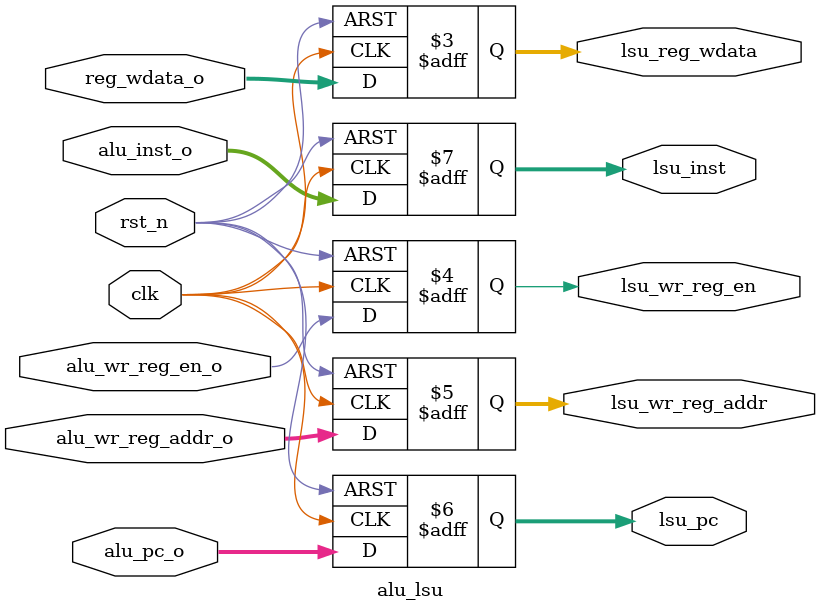
<source format=v>
module alu_lsu(

    input clk,
    input rst_n,

    input [31:0] reg_wdata_o,     
    input        alu_wr_reg_en_o,                  
    input [4:0]  alu_wr_reg_addr_o,
    input [31:0] alu_pc_o,
    input [31:0] alu_inst_o,

    output reg [31:0] lsu_reg_wdata,     
    output reg        lsu_wr_reg_en,                  
    output reg [4:0]  lsu_wr_reg_addr,
    output reg [31:0] lsu_pc,
    output reg [31:0] lsu_inst
    
);

always @(posedge clk or negedge rst_n) begin
    if(!rst_n) begin
        lsu_reg_wdata    <= 32'b0;    
        lsu_wr_reg_en    <= 1'b0;              
        lsu_wr_reg_addr  <= 32'b0;
        lsu_pc           <= 32'b0;
        lsu_inst         <= 32'b0;
    end
    else begin
        lsu_reg_wdata    <= reg_wdata_o;    
        lsu_wr_reg_en    <= alu_wr_reg_en_o;              
        lsu_wr_reg_addr  <= alu_wr_reg_addr_o;
        lsu_pc           <= alu_pc_o;
        lsu_inst         <= alu_inst_o;
    end
end

endmodule
</source>
